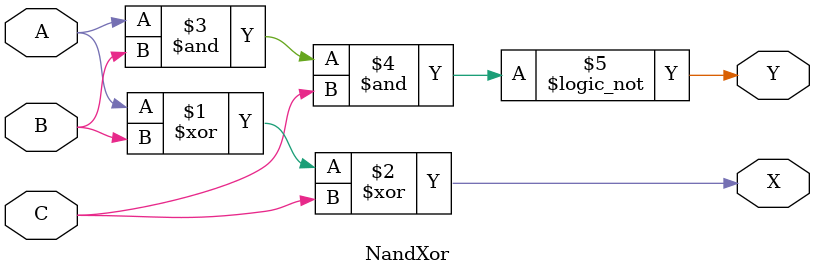
<source format=v>
`timescale 1ns / 1ps


module NandXor(
    input A,
    input B,
    input C,
    output X,
    output Y
    );
    assign X = A^B^C;
    assign Y = !(A&B&C);

endmodule

</source>
